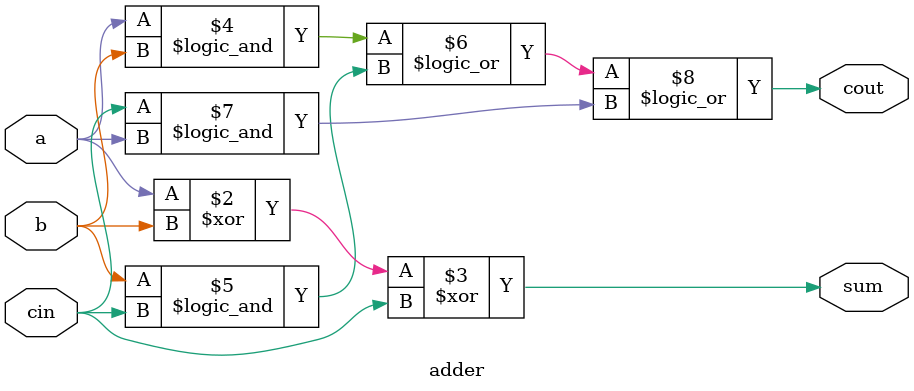
<source format=v>
module adder (sum, cout, a, b, cin);
    output sum, cout;
    input a, b, cin;
    reg sum, cout;
    always @(a or b or cin) begin
        sum = a ^ b ^ cin;
        cout = (a && b) || (b && cin) || (cin && a);
    end
endmodule
</source>
